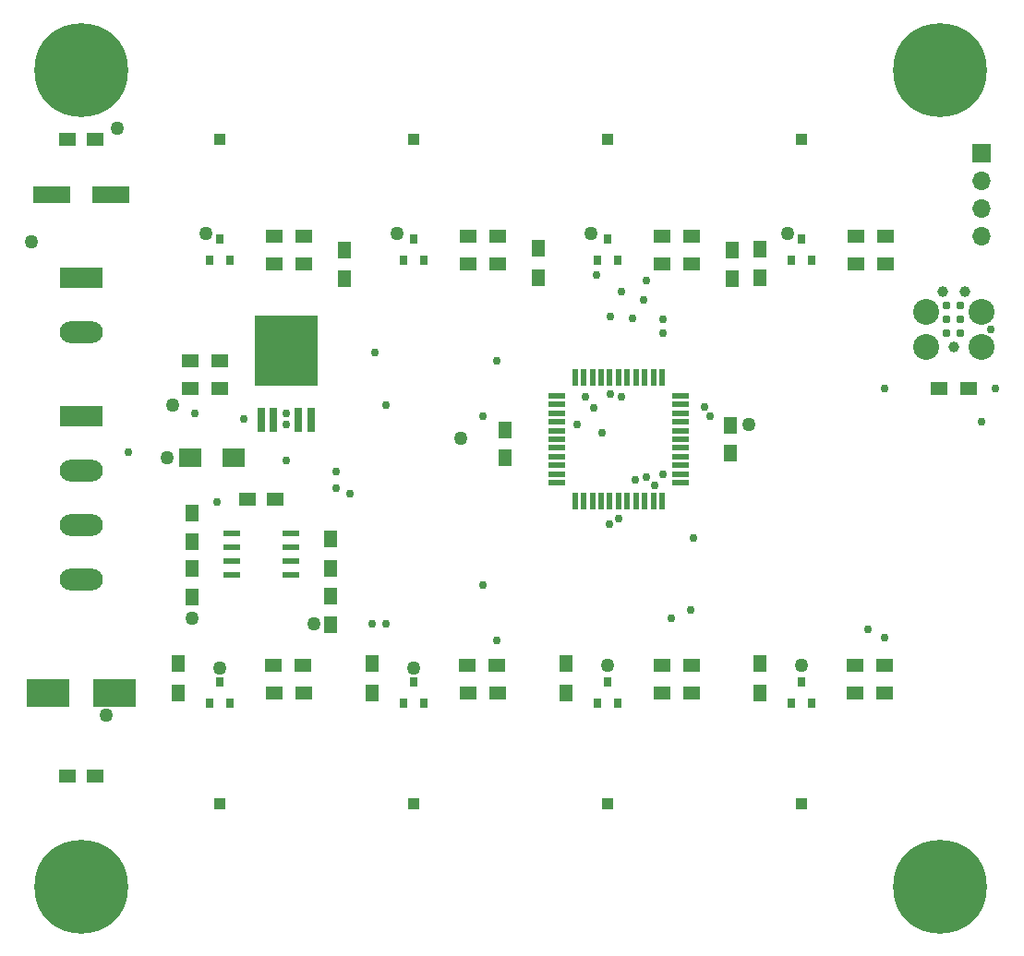
<source format=gts>
G04 #@! TF.FileFunction,Soldermask,Top*
%FSLAX46Y46*%
G04 Gerber Fmt 4.6, Leading zero omitted, Abs format (unit mm)*
G04 Created by KiCad (PCBNEW 4.0.6) date 11/20/17 19:22:43*
%MOMM*%
%LPD*%
G01*
G04 APERTURE LIST*
%ADD10C,0.100000*%
%ADD11R,0.800000X2.200000*%
%ADD12R,5.800000X6.400000*%
%ADD13R,1.250000X1.500000*%
%ADD14R,1.500000X1.250000*%
%ADD15R,3.500000X1.600000*%
%ADD16R,4.000000X2.500000*%
%ADD17R,0.800000X0.900000*%
%ADD18R,3.960000X1.980000*%
%ADD19O,3.960000X1.980000*%
%ADD20C,2.374900*%
%ADD21C,0.990600*%
%ADD22C,0.787400*%
%ADD23R,1.700000X1.700000*%
%ADD24O,1.700000X1.700000*%
%ADD25R,1.300000X1.500000*%
%ADD26R,1.500000X1.300000*%
%ADD27R,1.000000X1.000000*%
%ADD28R,1.500000X0.550000*%
%ADD29R,0.550000X1.500000*%
%ADD30R,2.000000X1.700000*%
%ADD31R,1.550000X0.600000*%
%ADD32C,8.600000*%
%ADD33C,0.900000*%
%ADD34C,1.270000*%
%ADD35C,0.762000*%
G04 APERTURE END LIST*
D10*
D11*
X107955000Y-94335000D03*
X109095000Y-94335000D03*
X111375000Y-94335000D03*
X112515000Y-94335000D03*
D12*
X110235000Y-88035000D03*
D13*
X151003000Y-97389000D03*
X151003000Y-94889000D03*
D14*
X90190000Y-68580000D03*
X92690000Y-68580000D03*
D15*
X94140000Y-73660000D03*
X88740000Y-73660000D03*
D14*
X92690000Y-127000000D03*
X90190000Y-127000000D03*
D16*
X88390000Y-119380000D03*
X94490000Y-119380000D03*
D14*
X106720000Y-101600000D03*
X109220000Y-101600000D03*
D17*
X103190000Y-79740000D03*
X105090000Y-79740000D03*
X104140000Y-77740000D03*
X103190000Y-120380000D03*
X105090000Y-120380000D03*
X104140000Y-118380000D03*
X120970000Y-79740000D03*
X122870000Y-79740000D03*
X121920000Y-77740000D03*
X120970000Y-120380000D03*
X122870000Y-120380000D03*
X121920000Y-118380000D03*
X138750000Y-79740000D03*
X140650000Y-79740000D03*
X139700000Y-77740000D03*
X138750000Y-120380000D03*
X140650000Y-120380000D03*
X139700000Y-118380000D03*
X156530000Y-79740000D03*
X158430000Y-79740000D03*
X157480000Y-77740000D03*
X156530000Y-120380000D03*
X158430000Y-120380000D03*
X157480000Y-118380000D03*
D18*
X91440000Y-81280000D03*
D19*
X91440000Y-86280000D03*
D18*
X91440000Y-93980000D03*
D19*
X91440000Y-98980000D03*
X91440000Y-108980000D03*
X91440000Y-103980000D03*
D20*
X173990000Y-87630000D03*
X168910000Y-87630000D03*
X168910000Y-84455000D03*
X173990000Y-84455000D03*
D21*
X170434000Y-82550000D03*
X172466000Y-82550000D03*
X171450000Y-87630000D03*
D22*
X172085000Y-86360000D03*
X170815000Y-86360000D03*
X172085000Y-85090000D03*
X170815000Y-85090000D03*
X172085000Y-83820000D03*
X170815000Y-83820000D03*
D23*
X173990000Y-69850000D03*
D24*
X173990000Y-72390000D03*
X173990000Y-74930000D03*
X173990000Y-77470000D03*
D25*
X133350000Y-81280000D03*
X133350000Y-78580000D03*
X153670000Y-81360000D03*
X153670000Y-78660000D03*
D26*
X165100000Y-116840000D03*
X162400000Y-116840000D03*
X129620000Y-119380000D03*
X126920000Y-119380000D03*
X165100000Y-119380000D03*
X162400000Y-119380000D03*
X170100000Y-91440000D03*
X172800000Y-91440000D03*
D25*
X115570000Y-81440000D03*
X115570000Y-78740000D03*
X151130000Y-81440000D03*
X151130000Y-78740000D03*
D26*
X111840000Y-119380000D03*
X109140000Y-119380000D03*
X147400000Y-119380000D03*
X144700000Y-119380000D03*
X104140000Y-91440000D03*
X101440000Y-91440000D03*
D25*
X101600000Y-110650000D03*
X101600000Y-107950000D03*
X101600000Y-102870000D03*
X101600000Y-105570000D03*
X114300000Y-113190000D03*
X114300000Y-110490000D03*
X114300000Y-105250000D03*
X114300000Y-107950000D03*
D26*
X144700000Y-116840000D03*
X147400000Y-116840000D03*
X109060000Y-116840000D03*
X111760000Y-116840000D03*
X126920000Y-77470000D03*
X129620000Y-77470000D03*
X162480000Y-77470000D03*
X165180000Y-77470000D03*
X126920000Y-80010000D03*
X129620000Y-80010000D03*
X162480000Y-80010000D03*
X165180000Y-80010000D03*
D25*
X135890000Y-119380000D03*
X135890000Y-116680000D03*
X100330000Y-119380000D03*
X100330000Y-116680000D03*
X153670000Y-119380000D03*
X153670000Y-116680000D03*
X118110000Y-119380000D03*
X118110000Y-116680000D03*
D26*
X126840000Y-116840000D03*
X129540000Y-116840000D03*
D27*
X104140000Y-68580000D03*
X104140000Y-129540000D03*
X121920000Y-68580000D03*
X121920000Y-129540000D03*
X139700000Y-68580000D03*
X139700000Y-129540000D03*
X157480000Y-68580000D03*
X157480000Y-129540000D03*
D28*
X135016000Y-92139000D03*
X135016000Y-92939000D03*
X135016000Y-93739000D03*
X135016000Y-94539000D03*
X135016000Y-95339000D03*
X135016000Y-96139000D03*
X135016000Y-96939000D03*
X135016000Y-97739000D03*
X135016000Y-98539000D03*
X135016000Y-99339000D03*
X135016000Y-100139000D03*
D29*
X136716000Y-101839000D03*
X137516000Y-101839000D03*
X138316000Y-101839000D03*
X139116000Y-101839000D03*
X139916000Y-101839000D03*
X140716000Y-101839000D03*
X141516000Y-101839000D03*
X142316000Y-101839000D03*
X143116000Y-101839000D03*
X143916000Y-101839000D03*
X144716000Y-101839000D03*
D28*
X146416000Y-100139000D03*
X146416000Y-99339000D03*
X146416000Y-98539000D03*
X146416000Y-97739000D03*
X146416000Y-96939000D03*
X146416000Y-96139000D03*
X146416000Y-95339000D03*
X146416000Y-94539000D03*
X146416000Y-93739000D03*
X146416000Y-92939000D03*
X146416000Y-92139000D03*
D29*
X144716000Y-90439000D03*
X143916000Y-90439000D03*
X143116000Y-90439000D03*
X142316000Y-90439000D03*
X141516000Y-90439000D03*
X140716000Y-90439000D03*
X139916000Y-90439000D03*
X139116000Y-90439000D03*
X138316000Y-90439000D03*
X137516000Y-90439000D03*
X136716000Y-90439000D03*
D13*
X130302000Y-97790000D03*
X130302000Y-95290000D03*
D26*
X109140000Y-77470000D03*
X111840000Y-77470000D03*
X144700000Y-77470000D03*
X147400000Y-77470000D03*
X109140000Y-80010000D03*
X111840000Y-80010000D03*
X144700000Y-80010000D03*
X147400000Y-80010000D03*
X101440000Y-88900000D03*
X104140000Y-88900000D03*
D30*
X105410000Y-97790000D03*
X101410000Y-97790000D03*
D31*
X105250000Y-104775000D03*
X105250000Y-106045000D03*
X105250000Y-107315000D03*
X105250000Y-108585000D03*
X110650000Y-108585000D03*
X110650000Y-107315000D03*
X110650000Y-106045000D03*
X110650000Y-104775000D03*
D32*
X91440000Y-62230000D03*
D33*
X94665000Y-62230000D03*
X93720419Y-64510419D03*
X91440000Y-65455000D03*
X89159581Y-64510419D03*
X88215000Y-62230000D03*
X89159581Y-59949581D03*
X91440000Y-59005000D03*
X93720419Y-59949581D03*
D32*
X91440000Y-137160000D03*
D33*
X94665000Y-137160000D03*
X93720419Y-139440419D03*
X91440000Y-140385000D03*
X89159581Y-139440419D03*
X88215000Y-137160000D03*
X89159581Y-134879581D03*
X91440000Y-133935000D03*
X93720419Y-134879581D03*
D32*
X170180000Y-62230000D03*
D33*
X173405000Y-62230000D03*
X172460419Y-64510419D03*
X170180000Y-65455000D03*
X167899581Y-64510419D03*
X166955000Y-62230000D03*
X167899581Y-59949581D03*
X170180000Y-59005000D03*
X172460419Y-59949581D03*
D32*
X170180000Y-137160000D03*
D33*
X173405000Y-137160000D03*
X172460419Y-139440419D03*
X170180000Y-140385000D03*
X167899581Y-139440419D03*
X166955000Y-137160000D03*
X167899581Y-134879581D03*
X170180000Y-133935000D03*
X172460419Y-134879581D03*
D34*
X94742000Y-67564000D03*
X101600000Y-112522000D03*
X112776000Y-113030000D03*
X157480000Y-116840000D03*
X139700000Y-116840000D03*
X121920000Y-117094000D03*
X104140000Y-117094000D03*
X156210000Y-77216000D03*
X138176000Y-77216000D03*
X120396000Y-77216000D03*
X102870000Y-77216000D03*
X126238000Y-96012000D03*
X152654000Y-94742000D03*
X99314000Y-97790000D03*
X99822000Y-92964000D03*
X93726000Y-121412000D03*
X86868000Y-77978000D03*
D35*
X174885082Y-86042499D03*
X138684000Y-81026000D03*
X143256000Y-81534000D03*
X114808000Y-99060000D03*
X114808000Y-100584000D03*
X173990000Y-94488000D03*
X147574000Y-105156000D03*
X165100000Y-91440000D03*
X140716000Y-103378000D03*
X139912896Y-103913403D03*
X175260000Y-91440000D03*
X148572242Y-93170549D03*
X149098000Y-93980000D03*
X143256000Y-99568000D03*
X143002000Y-83312000D03*
X144780000Y-99314000D03*
X144780000Y-86360000D03*
X138430000Y-93218000D03*
X165100000Y-114300000D03*
X128270000Y-93980000D03*
X128270000Y-109474000D03*
X139192000Y-95504000D03*
X163576000Y-113538000D03*
X141991098Y-85084902D03*
X142240000Y-99822000D03*
X144018000Y-100330000D03*
X144780000Y-85090000D03*
X119380000Y-92964000D03*
X119380000Y-113030000D03*
X136906000Y-94742000D03*
X145542000Y-112522000D03*
X137668000Y-92202000D03*
X147320000Y-111760000D03*
X118364000Y-88138000D03*
X118110000Y-113030000D03*
X139954000Y-91948000D03*
X139954000Y-84836000D03*
X129540000Y-88900000D03*
X129540000Y-114554000D03*
X110236000Y-94742000D03*
X110236000Y-98044000D03*
X95758000Y-97282000D03*
X101854000Y-93726000D03*
X103929176Y-101875781D03*
X116078000Y-101092000D03*
X106371092Y-94306975D03*
X110236000Y-93726000D03*
X140970000Y-92202000D03*
X140970000Y-82550000D03*
M02*

</source>
